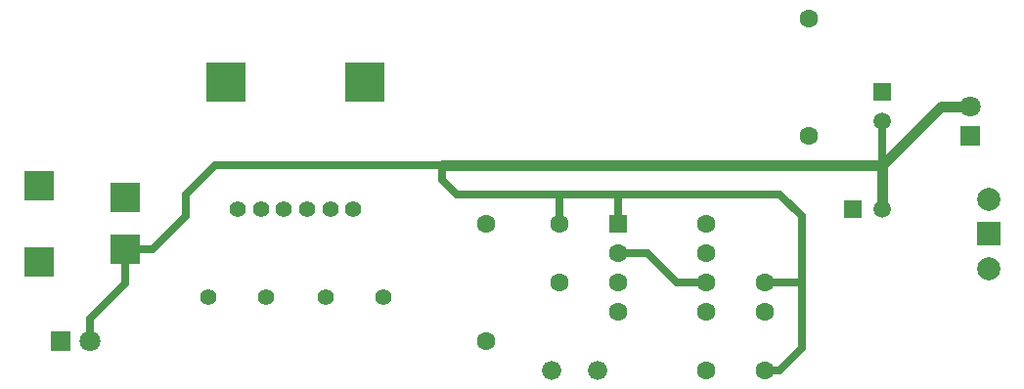
<source format=gbl>
G04 #@! TF.FileFunction,Copper,L2,Bot,Signal*
%FSLAX46Y46*%
G04 Gerber Fmt 4.6, Leading zero omitted, Abs format (unit mm)*
G04 Created by KiCad (PCBNEW 4.0.6) date Mon Jul 17 13:21:17 2017*
%MOMM*%
%LPD*%
G01*
G04 APERTURE LIST*
%ADD10C,0.100000*%
%ADD11C,1.600000*%
%ADD12C,1.400000*%
%ADD13C,1.500000*%
%ADD14R,1.500000X1.500000*%
%ADD15R,1.800000X1.800000*%
%ADD16C,1.800000*%
%ADD17R,2.500000X2.500000*%
%ADD18C,1.676400*%
%ADD19R,2.000000X2.000000*%
%ADD20C,2.000000*%
%ADD21R,1.600000X1.600000*%
%ADD22R,3.500000X3.500000*%
%ADD23C,0.635000*%
%ADD24C,0.889000*%
G04 APERTURE END LIST*
D10*
D11*
X102870000Y-106680000D03*
X102870000Y-101600000D03*
X120650000Y-109220000D03*
X120650000Y-106680000D03*
X115570000Y-114300000D03*
X120650000Y-114300000D03*
D12*
X87630000Y-107950000D03*
X82630000Y-107950000D03*
X77470000Y-107950000D03*
X72470000Y-107950000D03*
D13*
X130810000Y-100330000D03*
D14*
X128270000Y-100330000D03*
D13*
X130810000Y-92710000D03*
D14*
X130810000Y-90170000D03*
D15*
X59690000Y-111760000D03*
D16*
X62230000Y-111760000D03*
D17*
X65285000Y-99350000D03*
X65285000Y-103850000D03*
X57785000Y-104900000D03*
X57785000Y-98300000D03*
D15*
X138430000Y-93980000D03*
D16*
X138430000Y-91440000D03*
D18*
X102141020Y-114300000D03*
X106138980Y-114300000D03*
D11*
X96520000Y-111760000D03*
X96520000Y-101600000D03*
X124460000Y-93980000D03*
X124460000Y-83820000D03*
D19*
X140000000Y-102500000D03*
D20*
X140000000Y-105500000D03*
X140000000Y-99500000D03*
D21*
X107950000Y-101600000D03*
D11*
X107950000Y-104140000D03*
X107950000Y-106680000D03*
X107950000Y-109220000D03*
X115570000Y-109220000D03*
X115570000Y-106680000D03*
X115570000Y-104140000D03*
X115570000Y-101600000D03*
D22*
X74010000Y-89330000D03*
D12*
X81010000Y-100330000D03*
X79010000Y-100330000D03*
X83010000Y-100330000D03*
X77010000Y-100330000D03*
X75010000Y-100330000D03*
X85010000Y-100330000D03*
D22*
X86010000Y-89330000D03*
D23*
X107950000Y-104140000D02*
X110490000Y-104140000D01*
X113030000Y-106680000D02*
X115570000Y-106680000D01*
X110490000Y-104140000D02*
X113030000Y-106680000D01*
X130810000Y-92710000D02*
X130810000Y-96520000D01*
X107950000Y-101600000D02*
X107950000Y-99060000D01*
X105410000Y-99060000D02*
X107950000Y-99060000D01*
X107950000Y-99060000D02*
X121920000Y-99060000D01*
X102870000Y-99060000D02*
X105410000Y-99060000D01*
X123825000Y-100965000D02*
X123825000Y-106680000D01*
X121920000Y-99060000D02*
X123825000Y-100965000D01*
X120650000Y-106680000D02*
X123825000Y-106680000D01*
X121920000Y-114300000D02*
X120650000Y-114300000D01*
X123825000Y-106680000D02*
X123825000Y-112395000D01*
X123825000Y-112395000D02*
X121920000Y-114300000D01*
X65285000Y-103850000D02*
X67600000Y-103850000D01*
X73025000Y-96520000D02*
X92710000Y-96520000D01*
X70485000Y-99060000D02*
X73025000Y-96520000D01*
X70485000Y-100965000D02*
X70485000Y-99060000D01*
X67600000Y-103850000D02*
X70485000Y-100965000D01*
X62230000Y-111760000D02*
X62230000Y-109855000D01*
X65285000Y-106800000D02*
X65285000Y-103850000D01*
X62230000Y-109855000D02*
X65285000Y-106800000D01*
X102870000Y-101600000D02*
X102870000Y-99060000D01*
X92710000Y-96520000D02*
X92710000Y-97790000D01*
X92710000Y-97790000D02*
X93980000Y-99060000D01*
X93980000Y-99060000D02*
X102870000Y-99060000D01*
D24*
X130810000Y-96520000D02*
X92710000Y-96520000D01*
X138430000Y-91440000D02*
X135890000Y-91440000D01*
X130810000Y-96520000D02*
X130810000Y-100330000D01*
X135890000Y-91440000D02*
X130810000Y-96520000D01*
M02*

</source>
